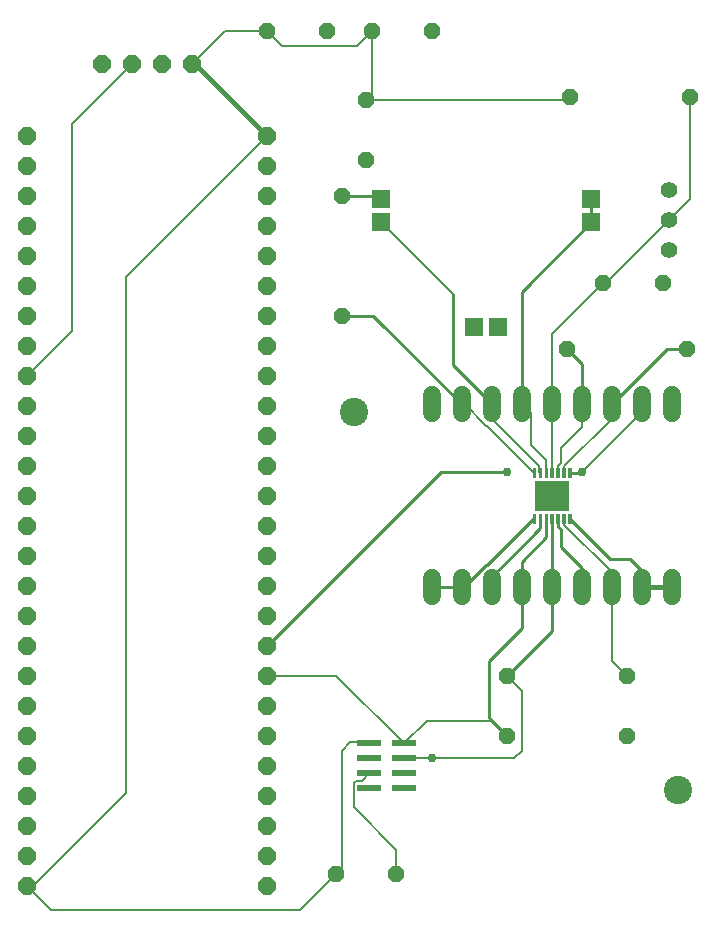
<source format=gbr>
G04 EAGLE Gerber RS-274X export*
G75*
%MOMM*%
%FSLAX34Y34*%
%LPD*%
%INTop Copper*%
%IPPOS*%
%AMOC8*
5,1,8,0,0,1.08239X$1,22.5*%
G01*
%ADD10P,1.632244X8X292.500000*%
%ADD11C,0.067500*%
%ADD12R,3.000000X2.600000*%
%ADD13R,1.508000X1.508000*%
%ADD14C,1.524000*%
%ADD15P,1.429621X8X112.500000*%
%ADD16P,1.429621X8X22.500000*%
%ADD17P,1.429621X8X202.500000*%
%ADD18C,2.400000*%
%ADD19C,1.400000*%
%ADD20P,1.429621X8X292.500000*%
%ADD21R,2.039800X0.600000*%
%ADD22P,1.632244X8X22.500000*%
%ADD23C,0.457200*%
%ADD24C,0.254000*%
%ADD25C,0.203200*%
%ADD26C,0.756400*%
%ADD27C,0.406400*%


D10*
X38100Y673100D03*
X38100Y647700D03*
X38100Y622300D03*
X38100Y596900D03*
X38100Y571500D03*
X38100Y546100D03*
X38100Y520700D03*
X38100Y495300D03*
X38100Y469900D03*
X38100Y444500D03*
X38100Y419100D03*
X38100Y393700D03*
X38100Y368300D03*
X38100Y342900D03*
X38100Y317500D03*
X38100Y292100D03*
X38100Y266700D03*
X38100Y241300D03*
X38100Y215900D03*
X38100Y190500D03*
X38100Y165100D03*
X38100Y139700D03*
X38100Y114300D03*
X38100Y88900D03*
X38100Y63500D03*
X38100Y38100D03*
X241300Y673100D03*
X241300Y647700D03*
X241300Y622300D03*
X241300Y596900D03*
X241300Y571500D03*
X241300Y546100D03*
X241300Y520700D03*
X241300Y495300D03*
X241300Y469900D03*
X241300Y444500D03*
X241300Y419100D03*
X241300Y393700D03*
X241300Y368300D03*
X241300Y342900D03*
X241300Y317500D03*
X241300Y292100D03*
X241300Y266700D03*
X241300Y241300D03*
X241300Y215900D03*
X241300Y190500D03*
X241300Y165100D03*
X241300Y139700D03*
X241300Y114300D03*
X241300Y88900D03*
X241300Y63500D03*
X241300Y38100D03*
D11*
X468613Y344987D02*
X468613Y352913D01*
X468613Y344987D02*
X466587Y344987D01*
X466587Y352913D01*
X468613Y352913D01*
X468613Y345628D02*
X466587Y345628D01*
X466587Y346269D02*
X468613Y346269D01*
X468613Y346910D02*
X466587Y346910D01*
X466587Y347551D02*
X468613Y347551D01*
X468613Y348192D02*
X466587Y348192D01*
X466587Y348833D02*
X468613Y348833D01*
X468613Y349474D02*
X466587Y349474D01*
X466587Y350115D02*
X468613Y350115D01*
X468613Y350756D02*
X466587Y350756D01*
X466587Y351397D02*
X468613Y351397D01*
X468613Y352038D02*
X466587Y352038D01*
X466587Y352679D02*
X468613Y352679D01*
X473613Y352913D02*
X473613Y344987D01*
X471587Y344987D01*
X471587Y352913D01*
X473613Y352913D01*
X473613Y345628D02*
X471587Y345628D01*
X471587Y346269D02*
X473613Y346269D01*
X473613Y346910D02*
X471587Y346910D01*
X471587Y347551D02*
X473613Y347551D01*
X473613Y348192D02*
X471587Y348192D01*
X471587Y348833D02*
X473613Y348833D01*
X473613Y349474D02*
X471587Y349474D01*
X471587Y350115D02*
X473613Y350115D01*
X473613Y350756D02*
X471587Y350756D01*
X471587Y351397D02*
X473613Y351397D01*
X473613Y352038D02*
X471587Y352038D01*
X471587Y352679D02*
X473613Y352679D01*
X478613Y352913D02*
X478613Y344987D01*
X476587Y344987D01*
X476587Y352913D01*
X478613Y352913D01*
X478613Y345628D02*
X476587Y345628D01*
X476587Y346269D02*
X478613Y346269D01*
X478613Y346910D02*
X476587Y346910D01*
X476587Y347551D02*
X478613Y347551D01*
X478613Y348192D02*
X476587Y348192D01*
X476587Y348833D02*
X478613Y348833D01*
X478613Y349474D02*
X476587Y349474D01*
X476587Y350115D02*
X478613Y350115D01*
X478613Y350756D02*
X476587Y350756D01*
X476587Y351397D02*
X478613Y351397D01*
X478613Y352038D02*
X476587Y352038D01*
X476587Y352679D02*
X478613Y352679D01*
X483613Y352913D02*
X483613Y344987D01*
X481587Y344987D01*
X481587Y352913D01*
X483613Y352913D01*
X483613Y345628D02*
X481587Y345628D01*
X481587Y346269D02*
X483613Y346269D01*
X483613Y346910D02*
X481587Y346910D01*
X481587Y347551D02*
X483613Y347551D01*
X483613Y348192D02*
X481587Y348192D01*
X481587Y348833D02*
X483613Y348833D01*
X483613Y349474D02*
X481587Y349474D01*
X481587Y350115D02*
X483613Y350115D01*
X483613Y350756D02*
X481587Y350756D01*
X481587Y351397D02*
X483613Y351397D01*
X483613Y352038D02*
X481587Y352038D01*
X481587Y352679D02*
X483613Y352679D01*
X488613Y352913D02*
X488613Y344987D01*
X486587Y344987D01*
X486587Y352913D01*
X488613Y352913D01*
X488613Y345628D02*
X486587Y345628D01*
X486587Y346269D02*
X488613Y346269D01*
X488613Y346910D02*
X486587Y346910D01*
X486587Y347551D02*
X488613Y347551D01*
X488613Y348192D02*
X486587Y348192D01*
X486587Y348833D02*
X488613Y348833D01*
X488613Y349474D02*
X486587Y349474D01*
X486587Y350115D02*
X488613Y350115D01*
X488613Y350756D02*
X486587Y350756D01*
X486587Y351397D02*
X488613Y351397D01*
X488613Y352038D02*
X486587Y352038D01*
X486587Y352679D02*
X488613Y352679D01*
X493613Y352913D02*
X493613Y344987D01*
X491587Y344987D01*
X491587Y352913D01*
X493613Y352913D01*
X493613Y345628D02*
X491587Y345628D01*
X491587Y346269D02*
X493613Y346269D01*
X493613Y346910D02*
X491587Y346910D01*
X491587Y347551D02*
X493613Y347551D01*
X493613Y348192D02*
X491587Y348192D01*
X491587Y348833D02*
X493613Y348833D01*
X493613Y349474D02*
X491587Y349474D01*
X491587Y350115D02*
X493613Y350115D01*
X493613Y350756D02*
X491587Y350756D01*
X491587Y351397D02*
X493613Y351397D01*
X493613Y352038D02*
X491587Y352038D01*
X491587Y352679D02*
X493613Y352679D01*
X498613Y352913D02*
X498613Y344987D01*
X496587Y344987D01*
X496587Y352913D01*
X498613Y352913D01*
X498613Y345628D02*
X496587Y345628D01*
X496587Y346269D02*
X498613Y346269D01*
X498613Y346910D02*
X496587Y346910D01*
X496587Y347551D02*
X498613Y347551D01*
X498613Y348192D02*
X496587Y348192D01*
X496587Y348833D02*
X498613Y348833D01*
X498613Y349474D02*
X496587Y349474D01*
X496587Y350115D02*
X498613Y350115D01*
X498613Y350756D02*
X496587Y350756D01*
X496587Y351397D02*
X498613Y351397D01*
X498613Y352038D02*
X496587Y352038D01*
X496587Y352679D02*
X498613Y352679D01*
X496587Y383687D02*
X496587Y391613D01*
X498613Y391613D01*
X498613Y383687D01*
X496587Y383687D01*
X496587Y384328D02*
X498613Y384328D01*
X498613Y384969D02*
X496587Y384969D01*
X496587Y385610D02*
X498613Y385610D01*
X498613Y386251D02*
X496587Y386251D01*
X496587Y386892D02*
X498613Y386892D01*
X498613Y387533D02*
X496587Y387533D01*
X496587Y388174D02*
X498613Y388174D01*
X498613Y388815D02*
X496587Y388815D01*
X496587Y389456D02*
X498613Y389456D01*
X498613Y390097D02*
X496587Y390097D01*
X496587Y390738D02*
X498613Y390738D01*
X498613Y391379D02*
X496587Y391379D01*
X491587Y391613D02*
X491587Y383687D01*
X491587Y391613D02*
X493613Y391613D01*
X493613Y383687D01*
X491587Y383687D01*
X491587Y384328D02*
X493613Y384328D01*
X493613Y384969D02*
X491587Y384969D01*
X491587Y385610D02*
X493613Y385610D01*
X493613Y386251D02*
X491587Y386251D01*
X491587Y386892D02*
X493613Y386892D01*
X493613Y387533D02*
X491587Y387533D01*
X491587Y388174D02*
X493613Y388174D01*
X493613Y388815D02*
X491587Y388815D01*
X491587Y389456D02*
X493613Y389456D01*
X493613Y390097D02*
X491587Y390097D01*
X491587Y390738D02*
X493613Y390738D01*
X493613Y391379D02*
X491587Y391379D01*
X486587Y391613D02*
X486587Y383687D01*
X486587Y391613D02*
X488613Y391613D01*
X488613Y383687D01*
X486587Y383687D01*
X486587Y384328D02*
X488613Y384328D01*
X488613Y384969D02*
X486587Y384969D01*
X486587Y385610D02*
X488613Y385610D01*
X488613Y386251D02*
X486587Y386251D01*
X486587Y386892D02*
X488613Y386892D01*
X488613Y387533D02*
X486587Y387533D01*
X486587Y388174D02*
X488613Y388174D01*
X488613Y388815D02*
X486587Y388815D01*
X486587Y389456D02*
X488613Y389456D01*
X488613Y390097D02*
X486587Y390097D01*
X486587Y390738D02*
X488613Y390738D01*
X488613Y391379D02*
X486587Y391379D01*
X481587Y391613D02*
X481587Y383687D01*
X481587Y391613D02*
X483613Y391613D01*
X483613Y383687D01*
X481587Y383687D01*
X481587Y384328D02*
X483613Y384328D01*
X483613Y384969D02*
X481587Y384969D01*
X481587Y385610D02*
X483613Y385610D01*
X483613Y386251D02*
X481587Y386251D01*
X481587Y386892D02*
X483613Y386892D01*
X483613Y387533D02*
X481587Y387533D01*
X481587Y388174D02*
X483613Y388174D01*
X483613Y388815D02*
X481587Y388815D01*
X481587Y389456D02*
X483613Y389456D01*
X483613Y390097D02*
X481587Y390097D01*
X481587Y390738D02*
X483613Y390738D01*
X483613Y391379D02*
X481587Y391379D01*
X476587Y391613D02*
X476587Y383687D01*
X476587Y391613D02*
X478613Y391613D01*
X478613Y383687D01*
X476587Y383687D01*
X476587Y384328D02*
X478613Y384328D01*
X478613Y384969D02*
X476587Y384969D01*
X476587Y385610D02*
X478613Y385610D01*
X478613Y386251D02*
X476587Y386251D01*
X476587Y386892D02*
X478613Y386892D01*
X478613Y387533D02*
X476587Y387533D01*
X476587Y388174D02*
X478613Y388174D01*
X478613Y388815D02*
X476587Y388815D01*
X476587Y389456D02*
X478613Y389456D01*
X478613Y390097D02*
X476587Y390097D01*
X476587Y390738D02*
X478613Y390738D01*
X478613Y391379D02*
X476587Y391379D01*
X471587Y391613D02*
X471587Y383687D01*
X471587Y391613D02*
X473613Y391613D01*
X473613Y383687D01*
X471587Y383687D01*
X471587Y384328D02*
X473613Y384328D01*
X473613Y384969D02*
X471587Y384969D01*
X471587Y385610D02*
X473613Y385610D01*
X473613Y386251D02*
X471587Y386251D01*
X471587Y386892D02*
X473613Y386892D01*
X473613Y387533D02*
X471587Y387533D01*
X471587Y388174D02*
X473613Y388174D01*
X473613Y388815D02*
X471587Y388815D01*
X471587Y389456D02*
X473613Y389456D01*
X473613Y390097D02*
X471587Y390097D01*
X471587Y390738D02*
X473613Y390738D01*
X473613Y391379D02*
X471587Y391379D01*
X466587Y391613D02*
X466587Y383687D01*
X466587Y391613D02*
X468613Y391613D01*
X468613Y383687D01*
X466587Y383687D01*
X466587Y384328D02*
X468613Y384328D01*
X468613Y384969D02*
X466587Y384969D01*
X466587Y385610D02*
X468613Y385610D01*
X468613Y386251D02*
X466587Y386251D01*
X466587Y386892D02*
X468613Y386892D01*
X468613Y387533D02*
X466587Y387533D01*
X466587Y388174D02*
X468613Y388174D01*
X468613Y388815D02*
X466587Y388815D01*
X466587Y389456D02*
X468613Y389456D01*
X468613Y390097D02*
X466587Y390097D01*
X466587Y390738D02*
X468613Y390738D01*
X468613Y391379D02*
X466587Y391379D01*
D12*
X482600Y368300D03*
D13*
X338300Y599600D03*
X338300Y619600D03*
X515800Y619600D03*
X515800Y599600D03*
X437050Y510850D03*
X417050Y510850D03*
D14*
X381000Y298450D02*
X381000Y283210D01*
X406400Y283210D02*
X406400Y298450D01*
X431800Y298450D02*
X431800Y283210D01*
X457200Y283210D02*
X457200Y298450D01*
X482600Y298450D02*
X482600Y283210D01*
X508000Y283210D02*
X508000Y298450D01*
X533400Y298450D02*
X533400Y283210D01*
X558800Y283210D02*
X558800Y298450D01*
X584200Y298450D02*
X584200Y283210D01*
X381000Y438150D02*
X381000Y453390D01*
X406400Y453390D02*
X406400Y438150D01*
X431800Y438150D02*
X431800Y453390D01*
X457200Y453390D02*
X457200Y438150D01*
X482600Y438150D02*
X482600Y453390D01*
X508000Y453390D02*
X508000Y438150D01*
X533400Y438150D02*
X533400Y453390D01*
X558800Y453390D02*
X558800Y438150D01*
X584200Y438150D02*
X584200Y453390D01*
D15*
X304800Y520700D03*
X304800Y622300D03*
D16*
X444500Y165100D03*
X546100Y165100D03*
X444500Y215900D03*
X546100Y215900D03*
D17*
X596900Y492760D03*
X495300Y492760D03*
D18*
X589280Y119380D03*
X314960Y439420D03*
D19*
X581660Y576580D03*
X581660Y601980D03*
X581660Y627380D03*
D16*
X497840Y706120D03*
X599440Y706120D03*
X525780Y548640D03*
X576580Y548640D03*
D20*
X325120Y703580D03*
X325120Y652780D03*
D16*
X299720Y48260D03*
X350520Y48260D03*
D21*
X328090Y158450D03*
X328090Y145950D03*
X328090Y133450D03*
X328090Y120950D03*
X357710Y120950D03*
X357710Y133450D03*
X357710Y145950D03*
X357710Y158450D03*
D22*
X101600Y734060D03*
X127000Y734060D03*
X152400Y734060D03*
X177800Y734060D03*
D16*
X330200Y762000D03*
X381000Y762000D03*
X241300Y762000D03*
X292100Y762000D03*
D23*
X558800Y290830D02*
X584200Y290830D01*
D24*
X531590Y314960D02*
X497600Y348950D01*
X531590Y314960D02*
X548640Y314960D01*
X558800Y304800D01*
X558800Y290830D01*
X467600Y348950D02*
X428022Y309372D01*
X427276Y309372D01*
X408734Y290830D02*
X406400Y290830D01*
X408734Y290830D02*
X427276Y309372D01*
X406400Y290830D02*
X381000Y290830D01*
D25*
X350520Y68580D02*
X350520Y48260D01*
X314843Y125213D02*
X316629Y126998D01*
X314843Y125213D02*
X314843Y104257D01*
X350520Y68580D01*
X321638Y126998D02*
X328090Y133450D01*
X321638Y126998D02*
X316629Y126998D01*
X482600Y387650D02*
X482600Y445770D01*
X599440Y619760D02*
X599440Y706120D01*
X599440Y619760D02*
X581660Y601980D01*
X528320Y548640D01*
X525780Y548640D01*
X482600Y505460D02*
X482600Y445770D01*
X482600Y505460D02*
X525780Y548640D01*
D24*
X477600Y348950D02*
X477600Y332820D01*
X457200Y312420D02*
X457200Y290830D01*
X457200Y312420D02*
X477600Y332820D01*
X457200Y290830D02*
X457200Y256540D01*
X429260Y228600D01*
X429260Y180340D01*
X431800Y177800D01*
X444500Y165100D01*
D25*
X300260Y215900D02*
X241300Y215900D01*
X381000Y177800D02*
X431800Y177800D01*
X357710Y158450D02*
X300260Y215900D01*
X357710Y158450D02*
X377060Y177800D01*
X381000Y177800D01*
X487600Y387650D02*
X488202Y388252D01*
X488202Y393762D01*
X490220Y395780D01*
X490220Y408940D02*
X508000Y426720D01*
X508000Y445770D01*
X490220Y408940D02*
X490220Y395780D01*
D24*
X508000Y445770D02*
X508000Y480060D01*
X495300Y492760D01*
D25*
X493202Y388252D02*
X492600Y387650D01*
X493202Y388252D02*
X493202Y393015D01*
X533400Y433213D02*
X533400Y445770D01*
X533400Y433213D02*
X493202Y393015D01*
D24*
X533400Y445770D02*
X580390Y492760D01*
X596900Y492760D01*
D25*
X467600Y387650D02*
X427768Y427482D01*
X427381Y427482D01*
X409093Y445770D02*
X406400Y445770D01*
X409093Y445770D02*
X427381Y427482D01*
D24*
X406400Y445770D02*
X331470Y520700D01*
X304800Y520700D01*
X472600Y348950D02*
X472600Y340520D01*
X431800Y299720D02*
X431800Y290830D01*
X431800Y299720D02*
X472600Y340520D01*
X487600Y348950D02*
X487948Y348602D01*
X487948Y342014D01*
X490220Y339742D01*
X508000Y307340D02*
X508000Y290830D01*
X490220Y325120D02*
X490220Y339742D01*
X490220Y325120D02*
X508000Y307340D01*
D25*
X472600Y387650D02*
X471998Y388252D01*
X471998Y393015D01*
X431800Y433213D02*
X431800Y445770D01*
X431800Y433213D02*
X471998Y393015D01*
D24*
X431800Y445770D02*
X398780Y478790D01*
X398780Y535940D01*
X398780Y539120D01*
D25*
X338300Y599600D01*
D24*
X482600Y348950D02*
X482600Y290830D01*
X482600Y254000D01*
X444500Y215900D01*
D25*
X457200Y203200D01*
X457200Y152400D01*
X450750Y145950D01*
X381100Y145950D01*
X381000Y146050D01*
D26*
X381000Y146050D03*
D25*
X380900Y145950D01*
X381100Y145950D02*
X357710Y145950D01*
X477600Y387650D02*
X477600Y398700D01*
X464820Y438150D02*
X457200Y445770D01*
X464820Y411480D02*
X477600Y398700D01*
X464820Y411480D02*
X464820Y438150D01*
D24*
X457200Y445770D02*
X457200Y541000D01*
X515800Y599600D01*
X515800Y619600D01*
X338300Y619600D02*
X335600Y622300D01*
X304800Y622300D01*
X388620Y388620D02*
X241300Y241300D01*
X388620Y388620D02*
X444500Y388620D01*
X497600Y387650D02*
X508000Y387650D01*
X508000Y388620D01*
D26*
X508000Y388620D03*
X444500Y388620D03*
D25*
X508000Y388620D02*
X558800Y439420D01*
X558800Y445770D01*
X241300Y673100D02*
X121920Y553720D01*
X121920Y116840D01*
X43180Y38100D01*
X325120Y703580D02*
X495300Y703580D01*
X299720Y48260D02*
X269240Y17780D01*
X58420Y17780D01*
X299720Y48260D02*
X304800Y53340D01*
X304800Y152400D01*
X311867Y159467D01*
X327074Y159467D01*
X495300Y703580D02*
X497840Y706120D01*
X38100Y38100D02*
X58420Y17780D01*
X492600Y348950D02*
X493202Y348348D01*
X493202Y343585D01*
X533400Y303387D02*
X533400Y290830D01*
X533400Y303387D02*
X493202Y343585D01*
X533400Y290830D02*
X533400Y228600D01*
X546100Y215900D01*
D27*
X241300Y673100D02*
X177800Y736600D01*
D25*
X177800Y734060D02*
X205740Y762000D01*
X241300Y762000D01*
X254000Y749300D01*
X317500Y749300D02*
X330200Y762000D01*
X317500Y749300D02*
X254000Y749300D01*
X325120Y703580D02*
X330200Y708660D01*
X330200Y762000D01*
X43180Y38100D02*
X38100Y38100D01*
X38100Y469900D02*
X76200Y508000D01*
X76200Y683260D02*
X127000Y734060D01*
X76200Y683260D02*
X76200Y508000D01*
M02*

</source>
